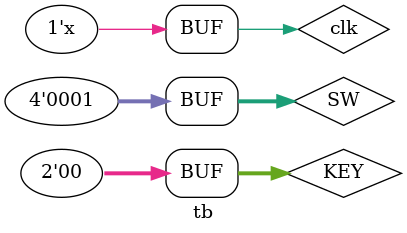
<source format=v>
module tb;

	reg clk=0;
	reg [1:0] KEY=0;
	reg [3:0] SW=0;
	wire [7:0] LED;	  

	de0_nano_soc_baseline M(.CLOCK_50(clk), .KEY(KEY), .LED(LED), .SW(SW));
	
	always #5 clk<=~clk;
	initial begin 
	
	#100; //SW[1]=1; #50; SW[2]=1; #100; KEY[1]=1; #50; KEY[1]=0;
	SW=6; #100; KEY[1]=1; #50; KEY[1]=0; //does nothing as sw is not 0
	SW=0; #100; KEY[1]=1; #50; KEY[1]=0; 
	SW=9; #100; KEY[1]=1; #50; KEY[1]=0;
   SW=1; #100; KEY[1]=1; #50; KEY[1]=0;
	SW=3; #100; KEY[1]=1; #50; KEY[1]=0;
	SW=0; #100; KEY[1]=1; #50; KEY[1]=0;
	SW=1; #100; KEY[1]=1; #50; KEY[1]=0;	
	SW=1; #100; KEY[1]=1; #50; KEY[1]=0; //yay egaa
	#100; KEY[0]=1; #50; KEY[0]=0; //state0 
	
	
	end
	
	endmodule 
</source>
